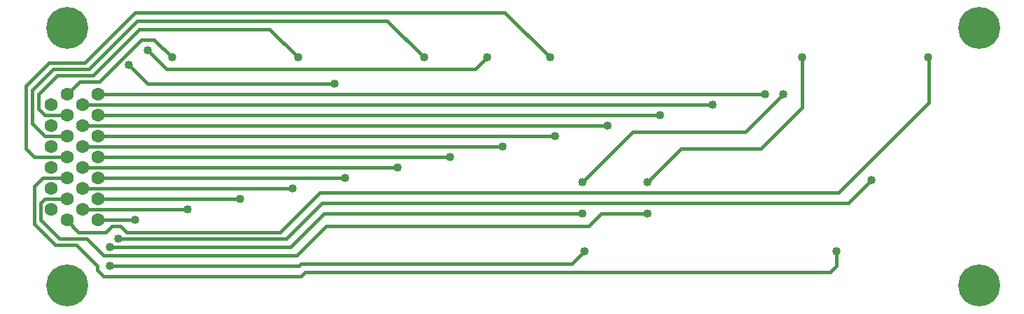
<source format=gbr>
G04 start of page 3 for group 1 idx 1 *
G04 Title: (unknown), solder *
G04 Creator: pcb 20110918 *
G04 CreationDate: Wed Jul 18 21:40:28 2012 UTC *
G04 For: fosse *
G04 Format: Gerber/RS-274X *
G04 PCB-Dimensions: 476000 152000 *
G04 PCB-Coordinate-Origin: lower left *
%MOIN*%
%FSLAX25Y25*%
%LNBOTTOM*%
%ADD60C,0.0339*%
%ADD59C,0.1091*%
%ADD58C,0.0200*%
%ADD57C,0.0400*%
%ADD56C,0.0630*%
%ADD55C,0.2000*%
%ADD54C,0.0150*%
G54D54*X34480Y61000D02*X134500D01*
X41961Y66000D02*X159540D01*
X34480Y71000D02*X184500D01*
X41961Y76000D02*X209500D01*
X34480Y81000D02*X234500D01*
X41961Y86000D02*X259500D01*
X27000Y66000D02*X15501D01*
X11501Y62000D01*
X303501Y64000D02*X319501Y80000D01*
X357501D01*
X272501Y64000D02*X296501Y88000D01*
X350000D01*
X34480Y91000D02*X284500D01*
X41961Y96000D02*X309500D01*
X34480Y101000D02*X334500D01*
X41961Y106000D02*X359460D01*
X59500Y145000D02*X235539D01*
X257020Y123519D01*
X179539Y141000D02*X197020Y123519D01*
X62500Y132000D02*X68539D01*
X77020Y123519D01*
X60500Y141000D02*X179539D01*
X39500Y115000D02*X61500Y137000D01*
X123539D01*
X137020Y123519D01*
X65500Y127000D02*X74500Y118000D01*
X65500Y111000D02*X154501D01*
X42500Y112000D02*X62500Y132000D01*
X56500Y120000D02*X65500Y111000D01*
X74500Y118000D02*X221501D01*
X227020Y123519D01*
X437501Y102000D02*Y123078D01*
X437040Y123539D01*
X377021Y123558D02*Y99520D01*
X394501Y59000D02*X437501Y102000D01*
X393501Y31000D02*Y24000D01*
X390501Y21000D01*
X357501Y80000D02*X377021Y99520D01*
X350000Y88000D02*X368000Y106000D01*
X399000Y54000D02*X410000Y65000D01*
X147501Y59000D02*X394501D01*
X275501Y43000D02*X281501Y49000D01*
X303501D01*
X255501D02*X272501D01*
X273501Y31000D02*X267501Y25000D01*
X390501Y21000D02*X140501D01*
X137501Y24000D02*X138501Y25000D01*
X267501D02*X138501D01*
X149501Y49000D02*X256501D01*
X150501Y43000D02*X220501D01*
X150501D02*X275501D01*
X148501Y54000D02*X399000D01*
X41961Y46000D02*X59499D01*
X34480Y51000D02*X84500D01*
X41961Y56000D02*X109500D01*
X55501Y40000D02*X128501D01*
X51501Y37000D02*X131501D01*
X47501Y33000D02*X133501D01*
X44501Y29000D02*X136501D01*
X47501Y24000D02*X137501D01*
X44501Y19000D02*X138501D01*
X31501Y34000D02*X41501Y24000D01*
Y22000D01*
X44501Y19000D01*
X140501Y21000D02*X138501Y19000D01*
X27000Y96000D02*X16500D01*
X13500Y99000D01*
Y106000D01*
X22500Y115000D01*
X10500Y108000D02*X20500Y118000D01*
X7500Y110000D02*X18500Y121000D01*
X22500Y115000D02*X39500D01*
X20500Y118000D02*X37500D01*
X18500Y121000D02*X35500D01*
X42500Y112000D02*X33000D01*
X27000Y106000D01*
Y86000D02*X16500D01*
X27000Y76000D02*X11500D01*
X7500Y80000D01*
X16500Y86000D02*X10500Y92000D01*
Y108000D01*
X7500Y80000D02*Y110000D01*
X35500Y121000D02*X59500Y145000D01*
X37500Y118000D02*X60500Y141000D01*
X27000Y46000D02*Y45501D01*
X14501Y46000D02*X23501Y37000D01*
X11501Y44000D02*X21501Y34000D01*
X27000Y45501D02*X32501Y40000D01*
X27000Y56000D02*X16501D01*
X14501Y54000D01*
Y46000D01*
X11501Y62000D02*Y44000D01*
X21501Y34000D02*X31501D01*
X23501Y37000D02*X36501D01*
X44501Y29000D02*X36501Y37000D01*
X32501Y40000D02*X45501D01*
X48501Y43000D01*
X52501D01*
X55501Y40000D01*
X128501D02*X147501Y59000D01*
X131501Y37000D02*X148501Y54000D01*
X133501Y33000D02*X149501Y49000D01*
X136501Y29000D02*X150501Y43000D01*
G54D55*X27000Y14504D03*
G54D56*Y46000D03*
X41961D03*
X34480Y51000D03*
X19520D03*
X27000Y56000D03*
X41961D03*
G54D55*X27000Y137496D03*
G54D56*X34480Y61000D03*
Y71000D03*
Y81000D03*
Y91000D03*
Y101000D03*
X19520Y61000D03*
Y71000D03*
Y81000D03*
Y91000D03*
Y101000D03*
X27000Y66000D03*
Y76000D03*
Y86000D03*
Y96000D03*
Y106000D03*
X41961Y66000D03*
Y76000D03*
Y86000D03*
Y96000D03*
Y106000D03*
G54D57*X65500Y127000D03*
X56500Y120000D03*
X77040Y123538D03*
X59499Y46000D03*
X84500Y51000D03*
X47501Y33000D03*
X51501Y37000D03*
X47501Y24000D03*
X359501Y106000D03*
X437041Y123539D03*
G54D55*X461383Y137496D03*
G54D57*X377040Y123538D03*
X368000Y106000D03*
X334500Y101000D03*
X303501Y49000D03*
Y64000D03*
X309500Y96000D03*
X284500Y91000D03*
X259500Y86000D03*
X272501Y64000D03*
X393501Y31000D03*
G54D55*X461383Y14504D03*
G54D57*X410000Y65000D03*
X272501Y49000D03*
X273501Y31000D03*
X137040Y123538D03*
X197040D03*
X257040D03*
X227020Y123519D03*
X154501Y111000D03*
X159540Y66000D03*
X134500Y61000D03*
X109500Y56000D03*
X234500Y81000D03*
X209500Y76000D03*
X184500Y71000D03*
G54D58*G54D59*G54D58*G54D59*G54D58*G54D59*G54D60*G54D59*G54D60*M02*

</source>
